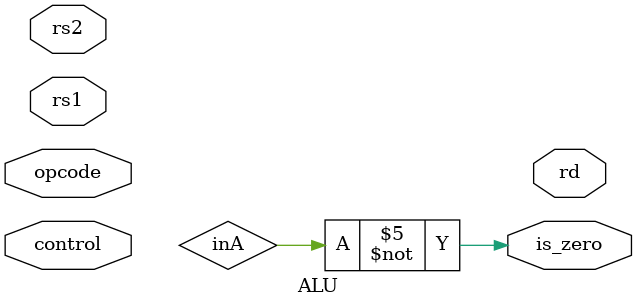
<source format=sv>
module ALU (
    input  logic [7:0] rs1, rs2,
    input  logic [1:0] control,
    input  logic [3:0] opcode,
    output logic [7:0] rd,
    output logic      is_zero
);

    always_comb begin
        case (opcode)
        3'b010: alu_out = in_a + in_b;
        3'b011: alu_out = in_a & in_b;
        3'b100: alu_out = in_a ^ in_b;
        3'b101: alu_out = in_b;
        default : alu_out = in_a;
        endcase
    end

    assign is_zero = (inA == 8'b0);

endmodule

</source>
